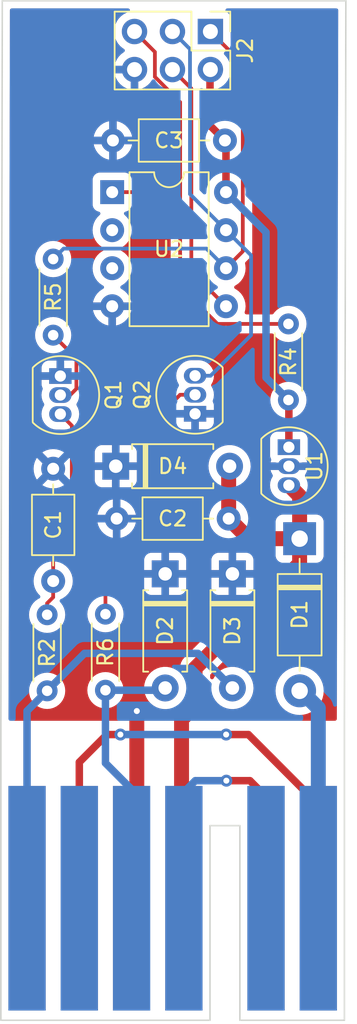
<source format=kicad_pcb>
(kicad_pcb (version 20211014) (generator pcbnew)
  (layers (0 "F.Cu" signal) (31 "B.Cu" signal) (34 "B.Paste" user) (35 "F.Paste" user) (36 "B.SilkS" user "B.Silkscreen") (37 "F.SilkS" user "F.Silkscreen") (38 "B.Mask" user) (39 "F.Mask" user) (44 "Edge.Cuts" user))
  (net 0 "")
  (net 1 "Net-(C1-Pad1)")
  (net 2 "Net-(J2-Pad1)")
  (net 3 "Net-(J2-Pad3)")
  (net 4 "Net-(J2-Pad4)")
  (net 5 "Net-(C1-Pad2)")
  (net 6 "Net-(D2-Pad2)")
  (net 7 "Net-(D3-Pad2)")
  (net 11 "Net-(J1-Pad11)")
  (net 14 "Net-(J1-Pad12)")
  (net 15 "Net-(C2-Pad1)")
  (net 16 "Net-(C3-Pad1)")
  (net 17 "Net-(D1-Pad2)")
  (net 18 "Net-(J2-Pad5)")
  (net 19 "Net-(Q1-Pad2)")
  (net 20 "Net-(Q2-Pad2)")
  (footprint "Capacitor_THT:C_Axial_L3.8mm_D2.6mm_P7.50mm_Horizontal" (layer "F.Cu") (at 139.655 98.58 180)
    (fp_text reference "C2" (at 3.75 0) (layer "F.SilkS"))
    (fp_text value "0.33uF")
    (fp_line (start 1.73 1.42) (end 5.77 1.42) (layer "F.SilkS") (width 0.12))
    (fp_line (start 1.73 -1.42) (end 1.73 1.42) (layer "F.SilkS") (width 0.12))
    (fp_line (start 1.04 0) (end 1.73 0) (layer "F.SilkS") (width 0.12))
    (fp_line (start 5.77 1.42) (end 5.77 -1.42) (layer "F.SilkS") (width 0.12))
    (fp_line (start 5.77 -1.42) (end 1.73 -1.42) (layer "F.SilkS") (width 0.12))
    (fp_line (start 6.46 0) (end 5.77 0) (layer "F.SilkS") (width 0.12))
    (pad "1" thru_hole circle (at 0 0 180) (size 1.6 1.6) (drill 0.8) (layers *.Cu *.Mask) (net 15 "Net-(C2-Pad1)"))
    (pad "2" thru_hole oval (at 7.5 0 180) (size 1.6 1.6) (drill 0.8) (layers *.Cu *.Mask) (net 1 "Net-(C1-Pad1)"))
  )
  (footprint "Resistor_THT:R_Axial_DIN0204_L3.6mm_D1.6mm_P5.08mm_Horizontal" (layer "F.Cu") (at 143.655 85.58 -90)
    (fp_text reference "R4" (at 2.54 0 90) (layer "F.SilkS"))
    (fp_text value "10k")
    (fp_line (start 0.62 -0.92) (end 4.46 -0.92) (layer "F.SilkS") (width 0.12))
    (fp_line (start 0.62 0.92) (end 4.46 0.92) (layer "F.SilkS") (width 0.12))
    (pad "1" thru_hole circle (at 0 0 270) (size 1.4 1.4) (drill 0.7) (layers *.Cu *.Mask) (net 18 "Net-(J2-Pad5)"))
    (pad "2" thru_hole oval (at 5.08 0 270) (size 1.4 1.4) (drill 0.7) (layers *.Cu *.Mask) (net 16 "Net-(C3-Pad1)"))
  )
  (footprint "Resistor_THT:R_Axial_DIN0204_L3.6mm_D1.6mm_P5.08mm_Horizontal" (layer "F.Cu") (at 127.5 105 -90)
    (fp_text reference "R2" (at 2.54 0 90) (layer "F.SilkS"))
    (fp_text value "100")
    (fp_line (start 0.62 0.92) (end 4.46 0.92) (layer "F.SilkS") (width 0.12))
    (fp_line (start 0.62 -0.92) (end 4.46 -0.92) (layer "F.SilkS") (width 0.12))
    (pad "1" thru_hole circle (at 0 0 270) (size 1.4 1.4) (drill 0.7) (layers *.Cu *.Mask) (net 5 "Net-(C1-Pad2)"))
    (pad "2" thru_hole oval (at 5.08 0 270) (size 1.4 1.4) (drill 0.7) (layers *.Cu *.Mask) (net 7 "Net-(D3-Pad2)"))
  )
  (footprint "Capacitor_THT:C_Axial_L3.8mm_D2.6mm_P7.50mm_Horizontal" (layer "F.Cu") (at 127.905 95.25 -90)
    (fp_text reference "C1" (at 3.75 0 90) (layer "F.SilkS"))
    (fp_text value "TUNE")
    (fp_line (start 5.77 1.42) (end 5.77 -1.42) (layer "F.SilkS") (width 0.12))
    (fp_line (start 5.77 -1.42) (end 1.73 -1.42) (layer "F.SilkS") (width 0.12))
    (fp_line (start 1.73 1.42) (end 5.77 1.42) (layer "F.SilkS") (width 0.12))
    (fp_line (start 1.73 -1.42) (end 1.73 1.42) (layer "F.SilkS") (width 0.12))
    (fp_line (start 1.04 0) (end 1.73 0) (layer "F.SilkS") (width 0.12))
    (fp_line (start 6.46 0) (end 5.77 0) (layer "F.SilkS") (width 0.12))
    (pad "1" thru_hole circle (at 0 0 270) (size 1.6 1.6) (drill 0.8) (layers *.Cu *.Mask) (net 1 "Net-(C1-Pad1)"))
    (pad "2" thru_hole oval (at 7.5 0 270) (size 1.6 1.6) (drill 0.8) (layers *.Cu *.Mask) (net 5 "Net-(C1-Pad2)"))
  )
  (footprint "Diode_THT:D_A-405_P7.62mm_Horizontal" (layer "F.Cu") (at 132.095 95.08)
    (fp_text reference "D4" (at 3.81 0) (layer "F.SilkS"))
    (fp_text value "SA30A")
    (fp_line (start 6.53 1.47) (end 6.53 1.14) (layer "F.SilkS") (width 0.12))
    (fp_line (start 6.53 -1.47) (end 6.53 -1.14) (layer "F.SilkS") (width 0.12))
    (fp_line (start 1.87 -1.47) (end 1.87 1.47) (layer "F.SilkS") (width 0.12))
    (fp_line (start 1.09 -1.14) (end 1.09 -1.47) (layer "F.SilkS") (width 0.12))
    (fp_line (start 1.09 1.14) (end 1.09 1.47) (layer "F.SilkS") (width 0.12))
    (fp_line (start 2.11 -1.47) (end 2.11 1.47) (layer "F.SilkS") (width 0.12))
    (fp_line (start 1.99 -1.47) (end 1.99 1.47) (layer "F.SilkS") (width 0.12))
    (fp_line (start 1.09 1.47) (end 6.53 1.47) (layer "F.SilkS") (width 0.12))
    (fp_line (start 1.09 -1.47) (end 6.53 -1.47) (layer "F.SilkS") (width 0.12))
    (pad "1" thru_hole rect (at 0 0) (size 1.8 1.8) (drill 0.9) (layers *.Cu *.Mask) (net 1 "Net-(C1-Pad1)"))
    (pad "2" thru_hole oval (at 7.62 0) (size 1.8 1.8) (drill 0.9) (layers *.Cu *.Mask) (net 15 "Net-(C2-Pad1)"))
  )
  (footprint "Package_DIP:DIP-8_W7.62mm" (layer "F.Cu") (at 131.855 76.78)
    (fp_text reference "U2" (at 3.8 3.8) (layer "F.SilkS"))
    (fp_text value "ATtiny85-20S")
    (fp_line (start 6.46 8.95) (end 6.46 -1.33) (layer "F.SilkS") (width 0.12))
    (fp_line (start 1.16 8.95) (end 6.46 8.95) (layer "F.SilkS") (width 0.12))
    (fp_line (start 2.81 -1.33) (end 1.16 -1.33) (layer "F.SilkS") (width 0.12))
    (fp_line (start 1.16 -1.33) (end 1.16 8.95) (layer "F.SilkS") (width 0.12))
    (fp_line (start 6.46 -1.33) (end 4.81 -1.33) (layer "F.SilkS") (width 0.12))
    (fp_arc (start 4.81 -1.33) (mid 3.81 -0.33) (end 2.81 -1.33) (layer "F.SilkS") (width 0.12))
    (pad "1" thru_hole rect (at 0 0) (size 1.6 1.6) (drill 0.8) (layers *.Cu *.Mask) (net 18 "Net-(J2-Pad5)"))
    (pad "2" thru_hole oval (at 0 2.54) (size 1.6 1.6) (drill 0.8) (layers *.Cu *.Mask))
    (pad "3" thru_hole oval (at 0 5.08) (size 1.6 1.6) (drill 0.8) (layers *.Cu *.Mask))
    (pad "4" thru_hole oval (at 0 7.62) (size 1.6 1.6) (drill 0.8) (layers *.Cu *.Mask) (net 1 "Net-(C1-Pad1)"))
    (pad "5" thru_hole oval (at 7.62 7.62) (size 1.6 1.6) (drill 0.8) (layers *.Cu *.Mask) (net 4 "Net-(J2-Pad4)"))
    (pad "6" thru_hole oval (at 7.62 5.08) (size 1.6 1.6) (drill 0.8) (layers *.Cu *.Mask) (net 2 "Net-(J2-Pad1)"))
    (pad "7" thru_hole oval (at 7.62 2.54) (size 1.6 1.6) (drill 0.8) (layers *.Cu *.Mask) (net 3 "Net-(J2-Pad3)"))
    (pad "8" thru_hole oval (at 7.62 0) (size 1.6 1.6) (drill 0.8) (layers *.Cu *.Mask) (net 16 "Net-(C3-Pad1)"))
  )
  (footprint "Package_TO_SOT_THT:TO-92_Inline" (layer "F.Cu") (at 128.385 89.06 -90)
    (fp_text reference "Q1" (at 1.27 -3.56 -90) (layer "F.SilkS"))
    (fp_text value "2N7000")
    (fp_line (start -0.53 1.85) (end 3.07 1.85) (layer "F.SilkS") (width 0.12))
    (fp_arc (start 1.27 -2.6) (mid 3.672087 -0.994977) (end 3.108478 1.838478) (layer "F.SilkS") (width 0.12))
    (fp_arc (start -0.568478 1.838478) (mid -1.132087 -0.994977) (end 1.27 -2.6) (layer "F.SilkS") (width 0.12))
    (pad "1" thru_hole rect (at 0 0 270) (size 1.05 1.5) (drill 0.75) (layers *.Cu *.Mask) (net 1 "Net-(C1-Pad1)"))
    (pad "2" thru_hole oval (at 1.27 0 270) (size 1.05 1.5) (drill 0.75) (layers *.Cu *.Mask) (net 19 "Net-(Q1-Pad2)"))
    (pad "3" thru_hole oval (at 2.54 0 270) (size 1.05 1.5) (drill 0.75) (layers *.Cu *.Mask) (net 5 "Net-(C1-Pad2)"))
  )
  (footprint "Diode_THT:D_A-405_P7.62mm_Horizontal" (layer "F.Cu") (at 135.405 102.27 -90)
    (fp_text reference "D2" (at 3.81 0 90) (layer "F.SilkS"))
    (fp_text value "SA16A")
    (fp_line (start 1.87 -1.47) (end 1.87 1.47) (layer "F.SilkS") (width 0.12))
    (fp_line (start 1.09 -1.14) (end 1.09 -1.47) (layer "F.SilkS") (width 0.12))
    (fp_line (start 1.09 1.47) (end 6.53 1.47) (layer "F.SilkS") (width 0.12))
    (fp_line (start 6.53 1.47) (end 6.53 1.14) (layer "F.SilkS") (width 0.12))
    (fp_line (start 2.11 -1.47) (end 2.11 1.47) (layer "F.SilkS") (width 0.12))
    (fp_line (start 6.53 -1.47) (end 6.53 -1.14) (layer "F.SilkS") (width 0.12))
    (fp_line (start 1.09 1.14) (end 1.09 1.47) (layer "F.SilkS") (width 0.12))
    (fp_line (start 1.09 -1.47) (end 6.53 -1.47) (layer "F.SilkS") (width 0.12))
    (fp_line (start 1.99 -1.47) (end 1.99 1.47) (layer "F.SilkS") (width 0.12))
    (pad "1" thru_hole rect (at 0 0 270) (size 1.8 1.8) (drill 0.9) (layers *.Cu *.Mask) (net 1 "Net-(C1-Pad1)"))
    (pad "2" thru_hole oval (at 7.62 0 270) (size 1.8 1.8) (drill 0.9) (layers *.Cu *.Mask) (net 6 "Net-(D2-Pad2)"))
  )
  (footprint "Package_TO_SOT_THT:TO-92_Inline" (layer "F.Cu") (at 143.685 93.81 -90)
    (fp_text reference "U1" (at 1.27 -1.72 90) (layer "F.SilkS"))
    (fp_text value "L78L05_TO92")
    (fp_line (start -0.53 1.85) (end 3.07 1.85) (layer "F.SilkS") (width 0.12))
    (fp_arc (start 1.27 -2.6) (mid 3.672087 -0.994977) (end 3.108478 1.838478) (layer "F.SilkS") (width 0.12))
    (fp_arc (start -0.568478 1.838478) (mid -1.132087 -0.994977) (end 1.27 -2.6) (layer "F.SilkS") (width 0.12))
    (pad "1" thru_hole rect (at 0 0 270) (size 1.05 1.5) (drill 0.75) (layers *.Cu *.Mask) (net 16 "Net-(C3-Pad1)"))
    (pad "2" thru_hole oval (at 1.27 0 270) (size 1.05 1.5) (drill 0.75) (layers *.Cu *.Mask) (net 1 "Net-(C1-Pad1)"))
    (pad "3" thru_hole oval (at 2.54 0 270) (size 1.05 1.5) (drill 0.75) (layers *.Cu *.Mask) (net 15 "Net-(C2-Pad1)"))
  )
  (footprint "CRUISE_CONTROL:CRUISE_EDGE" (layer "F.Cu") (at 147.405 132.08)
    (fp_text reference "J1" hide)
    (fp_text value "Edge Connector" hide)
    (fp_line (start -23 0) (end -9 0) (layer "Edge.Cuts") (width 0.1))
    (fp_line (start 0 -20) (end 0 0) (layer "Edge.Cuts") (width 0.1))
    (fp_line (start 0 0) (end -7 0) (layer "Edge.Cuts") (width 0.1))
    (fp_line (start -9 0) (end -9 -13) (layer "Edge.Cuts") (width 0.1))
    (fp_line (start -7 -13) (end -9 -13) (layer "Edge.Cuts") (width 0.1))
    (fp_line (start -23 -20) (end -23 0) (layer "Edge.Cuts") (width 0.1))
    (fp_line (start -7 0) (end -7 -13) (layer "Edge.Cuts") (width 0.1))
    (pad "1" connect rect (at -1.75 -8.15) (size 2.5 15) (layers "B.Cu" "B.Mask") (net 17 "Net-(D1-Pad2)"))
    (pad "2" connect rect (at -5.25 -8.15) (size 2.5 15) (layers "B.Cu" "B.Mask"))
    (pad "3" connect rect (at -10.75 -8.15) (size 2.5 15) (layers "B.Cu" "B.Mask") (net 11 "Net-(J1-Pad11)"))
    (pad "4" connect rect (at -14.25 -8.15) (size 2.5 15) (layers "B.Cu" "B.Mask") (net 6 "Net-(D2-Pad2)"))
    (pad "5" connect rect (at -17.75 -8.15) (size 2.5 15) (layers "B.Cu" "B.Mask"))
    (pad "6" connect rect (at -21.25 -8.15) (size 2.5 15) (layers "B.Cu" "B.Mask") (net 7 "Net-(D3-Pad2)"))
    (pad "7" connect rect (at -21.25 -8.15) (size 2.5 15) (layers "F.Cu" "F.Mask"))
    (pad "8" connect rect (at -17.75 -8.15) (size 2.5 15) (layers "F.Cu" "F.Mask") (net 14 "Net-(J1-Pad12)"))
    (pad "9" connect rect (at -14.25 -8.15) (size 2.5 15) (layers "F.Cu" "F.Mask") (net 1 "Net-(C1-Pad1)"))
    (pad "10" connect rect (at -10.75 -8.15) (size 2.5 15) (layers "F.Cu" "F.Mask") (net 15 "Net-(C2-Pad1)"))
    (pad "11" connect rect (at -5.25 -8.15) (size 2.5 15) (layers "F.Cu" "F.Mask") (net 11 "Net-(J1-Pad11)"))
    (pad "12" connect rect (at -1.75 -8.15) (size 2.5 15) (layers "F.Cu" "F.Mask") (net 14 "Net-(J1-Pad12)"))
  )
  (footprint "Resistor_THT:R_Axial_DIN0204_L3.6mm_D1.6mm_P5.08mm_Horizontal" (layer "F.Cu") (at 131.405 104.96 -90)
    (fp_text reference "R6" (at 2.54 0 90) (layer "F.SilkS"))
    (fp_text value "10k")
    (fp_line (start 0.62 -0.92) (end 4.46 -0.92) (layer "F.SilkS") (width 0.12))
    (fp_line (start 0.62 0.92) (end 4.46 0.92) (layer "F.SilkS") (width 0.12))
    (pad "1" thru_hole circle (at 0 0 270) (size 1.4 1.4) (drill 0.7) (layers *.Cu *.Mask) (net 20 "Net-(Q2-Pad2)"))
    (pad "2" thru_hole oval (at 5.08 0 270) (size 1.4 1.4) (drill 0.7) (layers *.Cu *.Mask) (net 6 "Net-(D2-Pad2)"))
  )
  (footprint "Diode_THT:D_A-405_P7.62mm_Horizontal" (layer "F.Cu") (at 139.905 102.27 -90)
    (fp_text reference "D3" (at 3.81 0 90) (layer "F.SilkS"))
    (fp_text value "SA30A")
    (fp_line (start 1.09 1.47) (end 6.53 1.47) (layer "F.SilkS") (width 0.12))
    (fp_line (start 1.87 -1.47) (end 1.87 1.47) (layer "F.SilkS") (width 0.12))
    (fp_line (start 6.53 1.47) (end 6.53 1.14) (layer "F.SilkS") (width 0.12))
    (fp_line (start 1.09 1.14) (end 1.09 1.47) (layer "F.SilkS") (width 0.12))
    (fp_line (start 1.99 -1.47) (end 1.99 1.47) (layer "F.SilkS") (width 0.12))
    (fp_line (start 2.11 -1.47) (end 2.11 1.47) (layer "F.SilkS") (width 0.12))
    (fp_line (start 6.53 -1.47) (end 6.53 -1.14) (layer "F.SilkS") (width 0.12))
    (fp_line (start 1.09 -1.14) (end 1.09 -1.47) (layer "F.SilkS") (width 0.12))
    (fp_line (start 1.09 -1.47) (end 6.53 -1.47) (layer "F.SilkS") (width 0.12))
    (pad "1" thru_hole rect (at 0 0 270) (size 1.8 1.8) (drill 0.9) (layers *.Cu *.Mask) (net 1 "Net-(C1-Pad1)"))
    (pad "2" thru_hole oval (at 7.62 0 270) (size 1.8 1.8) (drill 0.9) (layers *.Cu *.Mask) (net 7 "Net-(D3-Pad2)"))
  )
  (footprint "Package_TO_SOT_THT:TO-92_Inline" (layer "F.Cu") (at 137.405 91.58 90)
    (fp_text reference "Q2" (at 1.27 -3.56 90) (layer "F.SilkS"))
    (fp_text value "2N7000")
    (fp_line (start -0.53 1.85) (end 3.07 1.85) (layer "F.SilkS") (width 0.12))
    (fp_arc (start -0.568478 1.838478) (mid -1.132087 -0.994977) (end 1.27 -2.6) (layer "F.SilkS") (width 0.12))
    (fp_arc (start 1.27 -2.6) (mid 3.672087 -0.994977) (end 3.108478 1.838478) (layer "F.SilkS") (width 0.12))
    (pad "1" thru_hole rect (at 0 0 90) (size 1.05 1.5) (drill 0.75) (layers *.Cu *.Mask) (net 1 "Net-(C1-Pad1)"))
    (pad "2" thru_hole oval (at 1.27 0 90) (size 1.05 1.5) (drill 0.75) (layers *.Cu *.Mask) (net 20 "Net-(Q2-Pad2)"))
    (pad "3" thru_hole oval (at 2.54 0 90) (size 1.05 1.5) (drill 0.75) (layers *.Cu *.Mask) (net 3 "Net-(J2-Pad3)"))
  )
  (footprint "Connector_PinHeader_2.54mm:PinHeader_2x03_P2.54mm_Vertical" (layer "F.Cu") (at 138.43 66.055 -90)
    (fp_text reference "J2" (at 1.27 -2.33 90) (layer "F.SilkS"))
    (fp_text value "ISP")
    (fp_line (start -1.33 -1.33) (end 0 -1.33) (layer "F.SilkS") (width 0.12))
    (fp_line (start -1.33 6.41) (end 3.87 6.41) (layer "F.SilkS") (width 0.12))
    (fp_line (start -1.33 1.27) (end -1.33 6.41) (layer "F.SilkS") (width 0.12))
    (fp_line (start 1.27 -1.33) (end 3.87 -1.33) (layer "F.SilkS") (width 0.12))
    (fp_line (start -1.33 1.27) (end 1.27 1.27) (layer "F.SilkS") (width 0.12))
    (fp_line (start -1.33 0) (end -1.33 -1.33) (layer "F.SilkS") (width 0.12))
    (fp_line (start 3.87 -1.33) (end 3.87 6.41) (layer "F.SilkS") (width 0.12))
    (fp_line (start 1.27 1.27) (end 1.27 -1.33) (layer "F.SilkS") (width 0.12))
    (pad "1" thru_hole rect (at 0 0 270) (size 1.7 1.7) (drill 1) (layers *.Cu *.Mask) (net 2 "Net-(J2-Pad1)"))
    (pad "2" thru_hole oval (at 2.54 0 270) (size 1.7 1.7) (drill 1) (layers *.Cu *.Mask) (net 16 "Net-(C3-Pad1)"))
    (pad "3" thru_hole oval (at 0 2.54 270) (size 1.7 1.7) (drill 1) (layers *.Cu *.Mask) (net 3 "Net-(J2-Pad3)"))
    (pad "4" thru_hole oval (at 2.54 2.54 270) (size 1.7 1.7) (drill 1) (layers *.Cu *.Mask) (net 4 "Net-(J2-Pad4)"))
    (pad "5" thru_hole oval (at 0 5.08 270) (size 1.7 1.7) (drill 1) (layers *.Cu *.Mask) (net 18 "Net-(J2-Pad5)"))
    (pad "6" thru_hole oval (at 2.54 5.08 270) (size 1.7 1.7) (drill 1) (layers *.Cu *.Mask) (net 1 "Net-(C1-Pad1)"))
  )
  (footprint "Diode_THT:D_DO-41_SOD81_P10.16mm_Horizontal" (layer "F.Cu") (at 144.405 99.92 -90)
    (fp_text reference "D1" (at 5.08 0 90) (layer "F.SilkS"))
    (fp_text value "1N4001")
    (fp_line (start 3.14 -1.47) (end 3.14 1.47) (layer "F.SilkS") (width 0.12))
    (fp_line (start 7.8 -1.47) (end 2.36 -1.47) (layer "F.SilkS") (width 0.12))
    (fp_line (start 3.38 -1.47) (end 3.38 1.47) (layer "F.SilkS") (width 0.12))
    (fp_line (start 7.8 1.47) (end 7.8 -1.47) (layer "F.SilkS") (width 0.12))
    (fp_line (start 8.82 0) (end 7.8 0) (layer "F.SilkS") (width 0.12))
    (fp_line (start 2.36 -1.47) (end 2.36 1.47) (layer "F.SilkS") (width 0.12))
    (fp_line (start 2.36 1.47) (end 7.8 1.47) (layer "F.SilkS") (width 0.12))
    (fp_line (start 1.34 0) (end 2.36 0) (layer "F.SilkS") (width 0.12))
    (fp_line (start 3.26 -1.47) (end 3.26 1.47) (layer "F.SilkS") (width 0.12))
    (pad "1" thru_hole rect (at 0 0 270) (size 2.2 2.2) (drill 1.1) (layers *.Cu *.Mask) (net 15 "Net-(C2-Pad1)"))
    (pad "2" thru_hole oval (at 10.16 0 270) (size 2.2 2.2) (drill 1.1) (layers *.Cu *.Mask) (net 17 "Net-(D1-Pad2)"))
  )
  (footprint "Capacitor_THT:C_Axial_L3.8mm_D2.6mm_P7.50mm_Horizontal" (layer "F.Cu") (at 139.405 73.33 180)
    (fp_text reference "C3" (at 3.75 0) (layer "F.SilkS"))
    (fp_text value "0.1uF")
    (fp_line (start 5.77 -1.42) (end 1.73 -1.42) (layer "F.SilkS") (width 0.12))
    (fp_line (start 1.73 1.42) (end 5.77 1.42) (layer "F.SilkS") (width 0.12))
    (fp_line (start 1.73 -1.42) (end 1.73 1.42) (layer "F.SilkS") (width 0.12))
    (fp_line (start 6.46 0) (end 5.77 0) (layer "F.SilkS") (width 0.12))
    (fp_line (start 5.77 1.42) (end 5.77 -1.42) (layer "F.SilkS") (width 0.12))
    (fp_line (start 1.04 0) (end 1.73 0) (layer "F.SilkS") (width 0.12))
    (pad "1" thru_hole circle (at 0 0 180) (size 1.6 1.6) (drill 0.8) (layers *.Cu *.Mask) (net 16 "Net-(C3-Pad1)"))
    (pad "2" thru_hole oval (at 7.5 0 180) (size 1.6 1.6) (drill 0.8) (layers *.Cu *.Mask) (net 1 "Net-(C1-Pad1)"))
  )
  (footprint "Resistor_THT:R_Axial_DIN0204_L3.6mm_D1.6mm_P5.08mm_Horizontal" (layer "F.Cu") (at 127.905 86.33 90)
    (fp_text reference "R5" (at 2.54 0 90) (layer "F.SilkS"))
    (fp_text value "10k")
    (fp_line (start 0.62 -0.92) (end 4.46 -0.92) (layer "F.SilkS") (width 0.12))
    (fp_line (start 0.62 0.92) (end 4.46 0.92) (layer "F.SilkS") (width 0.12))
    (pad "1" thru_hole circle (at 0 0 90) (size 1.4 1.4) (drill 0.7) (layers *.Cu *.Mask) (net 19 "Net-(Q1-Pad2)"))
    (pad "2" thru_hole oval (at 5.08 0 90) (size 1.4 1.4) (drill 0.7) (layers *.Cu *.Mask) (net 2 "Net-(J2-Pad1)"))
  )
  (gr_line (start 124.405 112.08) (end 124.5 64) (layer "Edge.Cuts") (width 0.1))
  (gr_line (start 147.5 64) (end 147.405 112.08) (layer "Edge.Cuts") (width 0.1))
  (gr_line (start 124.5 64) (end 147.5 64) (layer "Edge.Cuts") (width 0.1))
  (segment (start 133.155 116.845) (end 133.5 116.5) (width 0.25) (layer "F.Cu") (net 1))
  (segment (start 133.505 123.58) (end 133.155 123.93) (width 1) (layer "F.Cu") (net 1))
  (segment (start 133.505 111.43) (end 133.505 123.58) (width 1) (layer "F.Cu") (net 1))
  (via (at 133.505 111.43) (size 0.8) (drill 0.4) (layers "F.Cu" "B.Cu") (net 1))
  (segment (start 140.6 80.735) (end 139.475 81.86) (width 0.25) (layer "F.Cu") (net 2))
  (segment (start 140.6 68.225) (end 140.6 80.735) (width 0.25) (layer "F.Cu") (net 2))
  (segment (start 138.43 66.055) (end 140.6 68.225) (width 0.25) (layer "F.Cu") (net 2))
  (segment (start 138.165 80.55) (end 139.475 81.86) (width 0.25) (layer "B.Cu") (net 2))
  (segment (start 127.905 81.25) (end 128.605 80.55) (width 0.25) (layer "B.Cu") (net 2))
  (segment (start 128.605 80.55) (end 138.165 80.55) (width 0.25) (layer "B.Cu") (net 2))
  (segment (start 137.065 76.91) (end 137.065 67.23) (width 0.25) (layer "B.Cu") (net 3))
  (segment (start 138.445 89.04) (end 141.155 86.33) (width 0.25) (layer "B.Cu") (net 3))
  (segment (start 141.155 81) (end 139.475 79.32) (width 0.25) (layer "B.Cu") (net 3))
  (segment (start 137.405 89.04) (end 138.445 89.04) (width 0.25) (layer "B.Cu") (net 3))
  (segment (start 137.065 67.23) (end 135.89 66.055) (width 0.25) (layer "B.Cu") (net 3))
  (segment (start 141.155 86.33) (end 141.155 81) (width 0.25) (layer "B.Cu") (net 3))
  (segment (start 139.475 79.32) (end 137.065 76.91) (width 0.25) (layer "B.Cu") (net 3))
  (segment (start 137.155 82.08) (end 137.155 69.86) (width 0.25) (layer "F.Cu") (net 4))
  (segment (start 137.155 69.86) (end 135.89 68.595) (width 0.25) (layer "F.Cu") (net 4))
  (segment (start 139.475 84.4) (end 137.155 82.08) (width 0.25) (layer "F.Cu") (net 4))
  (segment (start 129.155 92.37) (end 128.385 91.6) (width 0.25) (layer "F.Cu") (net 5))
  (segment (start 127.905 99.33) (end 129.155 98.08) (width 0.25) (layer "F.Cu") (net 5))
  (segment (start 127.905 103.83) (end 127.5 104.235) (width 0.25) (layer "F.Cu") (net 5))
  (segment (start 127.905 102.75) (end 127.905 99.33) (width 0.25) (layer "F.Cu") (net 5))
  (segment (start 127.5 104.235) (end 127.5 105) (width 0.25) (layer "F.Cu") (net 5))
  (segment (start 129.155 98.08) (end 129.155 92.37) (width 0.25) (layer "F.Cu") (net 5))
  (segment (start 127.905 102.75) (end 127.905 103.83) (width 0.25) (layer "F.Cu") (net 5))
  (segment (start 133.155 116.655) (end 133.155 123.93) (width 0.25) (layer "B.Cu") (net 6))
  (segment (start 135.255 110.04) (end 135.405 109.89) (width 0.25) (layer "B.Cu") (net 6))
  (segment (start 131.405 110.04) (end 131.405 114.905) (width 0.5) (layer "B.Cu") (net 6))
  (segment (start 131.405 114.905) (end 133.155 116.655) (width 0.5) (layer "B.Cu") (net 6))
  (segment (start 131.405 110.04) (end 135.255 110.04) (width 0.5) (layer "B.Cu") (net 6))
  (segment (start 126.155 111.425) (end 127.5 110.08) (width 0.5) (layer "B.Cu") (net 7))
  (segment (start 127.5 110.08) (end 130 107.58) (width 0.5) (layer "B.Cu") (net 7))
  (segment (start 137.595 107.58) (end 139.905 109.89) (width 0.5) (layer "B.Cu") (net 7))
  (segment (start 130 107.58) (end 137.595 107.58) (width 0.5) (layer "B.Cu") (net 7))
  (segment (start 126.155 123.93) (end 126.155 111.425) (width 0.5) (layer "B.Cu") (net 7))
  (segment (start 142.155 117.155) (end 142.155 123.93) (width 0.25) (layer "F.Cu") (net 11))
  (segment (start 139.5 116.08) (end 141.08 116.08) (width 0.5) (layer "F.Cu") (net 11))
  (segment (start 141.08 116.08) (end 142.155 117.155) (width 0.5) (layer "F.Cu") (net 11))
  (via (at 139.5 116.08) (size 0.8) (drill 0.4) (layers "F.Cu" "B.Cu") (net 11))
  (segment (start 136.655 116.845) (end 136.655 123.93) (width 0.25) (layer "B.Cu") (net 11))
  (segment (start 137.42 116.08) (end 136.655 116.845) (width 0.5) (layer "B.Cu") (net 11))
  (segment (start 139.5 116.08) (end 137.42 116.08) (width 0.5) (layer "B.Cu") (net 11))
  (segment (start 131.5 113) (end 129.655 114.845) (width 0.5) (layer "F.Cu") (net 14))
  (segment (start 145.655 117.68) (end 145.655 123.93) (width 0.25) (layer "F.Cu") (net 14))
  (segment (start 132.405 113) (end 131.5 113) (width 0.5) (layer "F.Cu") (net 14))
  (segment (start 140.975 113) (end 145.655 117.68) (width 0.5) (layer "F.Cu") (net 14))
  (segment (start 129.655 114.845) (end 129.655 123.93) (width 0.5) (layer "F.Cu") (net 14))
  (segment (start 139.485 113) (end 140.975 113) (width 0.5) (layer "F.Cu") (net 14))
  (via (at 139.485 113) (size 0.8) (drill 0.4) (layers "F.Cu" "B.Cu") (net 14))
  (via (at 132.405 113) (size 0.8) (drill 0.4) (layers "F.Cu" "B.Cu") (net 14))
  (segment (start 132.405 113) (end 139.485 113) (width 0.5) (layer "B.Cu") (net 14))
  (segment (start 137.405 108.58) (end 137.405 111.08) (width 1) (layer "F.Cu") (net 15))
  (segment (start 139.655 98.58) (end 139.655 95.14) (width 1) (layer "F.Cu") (net 15))
  (segment (start 144.405 99.92) (end 144.405 101.58) (width 1) (layer "F.Cu") (net 15))
  (segment (start 140.995 99.92) (end 139.655 98.58) (width 1) (layer "F.Cu") (net 15))
  (segment (start 137.405 111.08) (end 136.5 111.985) (width 1) (layer "F.Cu") (net 15))
  (segment (start 144.405 97.07) (end 143.685 96.35) (width 1) (layer "F.Cu") (net 15))
  (segment (start 144.405 101.58) (end 137.405 108.58) (width 1) (layer "F.Cu") (net 15))
  (segment (start 144.405 99.92) (end 144.405 97.07) (width 1) (layer "F.Cu") (net 15))
  (segment (start 139.655 95.14) (end 139.715 95.08) (width 1) (layer "F.Cu") (net 15))
  (segment (start 144.405 99.92) (end 140.995 99.92) (width 1) (layer "F.Cu") (net 15))
  (segment (start 136.5 111.985) (end 136.5 123.5) (width 1) (layer "F.Cu") (net 15))
  (segment (start 138.405 68.62) (end 138.43 68.595) (width 0.5) (layer "F.Cu") (net 16))
  (segment (start 139.475 73.4) (end 139.405 73.33) (width 0.5) (layer "F.Cu") (net 16))
  (segment (start 139.475 76.78) (end 139.475 73.4) (width 0.5) (layer "F.Cu") (net 16))
  (segment (start 143.685 93.81) (end 143.685 90.69) (width 0.5) (layer "F.Cu") (net 16))
  (segment (start 143.685 90.69) (end 143.655 90.66) (width 0.25) (layer "F.Cu") (net 16))
  (segment (start 138.405 72.33) (end 138.405 68.62) (width 0.5) (layer "F.Cu") (net 16))
  (segment (start 139.405 73.33) (end 138.405 72.33) (width 0.5) (layer "F.Cu") (net 16))
  (segment (start 142.155 89.16) (end 143.655 90.66) (width 0.5) (layer "B.Cu") (net 16))
  (segment (start 142.155 79.46) (end 142.155 89.16) (width 0.5) (layer "B.Cu") (net 16))
  (segment (start 139.475 76.78) (end 142.155 79.46) (width 0.5) (layer "B.Cu") (net 16))
  (segment (start 145.655 111.235) (end 144.5 110.08) (width 1) (layer "B.Cu") (net 17))
  (segment (start 145.655 123.93) (end 145.655 111.235) (width 1) (layer "B.Cu") (net 17))
  (segment (start 134.715 69.081701) (end 134.715 67.42) (width 0.25) (layer "F.Cu") (net 18))
  (segment (start 136.405 76.83) (end 136.405 70.7717) (width 0.25) (layer "F.Cu") (net 18))
  (segment (start 136.355 76.78) (end 136.405 76.83) (width 0.25) (layer "F.Cu") (net 18))
  (segment (start 136.405 70.7717) (end 134.715 69.081701) (width 0.25) (layer "F.Cu") (net 18))
  (segment (start 138.905 85.58) (end 136.405 83.08) (width 0.25) (layer "F.Cu") (net 18))
  (segment (start 134.715 67.42) (end 133.35 66.055) (width 0.25) (layer "F.Cu") (net 18))
  (segment (start 136.405 83.08) (end 136.405 76.83) (width 0.25) (layer "F.Cu") (net 18))
  (segment (start 143.655 85.58) (end 138.905 85.58) (width 0.25) (layer "F.Cu") (net 18))
  (segment (start 131.855 76.78) (end 136.355 76.78) (width 0.25) (layer "F.Cu") (net 18))
  (segment (start 129.46 87.885) (end 127.905 86.33) (width 0.25) (layer "F.Cu") (net 19))
  (segment (start 129.04 90.33) (end 129.46 89.91) (width 0.25) (layer "F.Cu") (net 19))
  (segment (start 129.46 89.91) (end 129.46 87.885) (width 0.25) (layer "F.Cu") (net 19))
  (segment (start 128.385 90.33) (end 129.04 90.33) (width 0.25) (layer "F.Cu") (net 19))
  (segment (start 131.405 102.58) (end 135.53 98.455) (width 0.25) (layer "F.Cu") (net 20))
  (segment (start 131.405 104.96) (end 131.405 102.58) (width 0.25) (layer "F.Cu") (net 20))
  (segment (start 136.405 90.31) (end 135.53 91.185) (width 0.25) (layer "F.Cu") (net 20))
  (segment (start 137.405 90.31) (end 136.405 90.31) (width 0.25) (layer "F.Cu") (net 20))
  (segment (start 135.53 91.185) (end 135.53 98.455) (width 0.25) (layer "F.Cu") (net 20))
  (zone (net 1) (net_name "Net-(C1-Pad1)") (layers F&B.Cu) (name "GND_POUR") (priority 1) (connect_pads (clearance 0.508)) (min_thickness 0.254) (fill yes (thermal_gap 0.508) (thermal_bridge_width 0.508))
    (polygon (pts (xy 147.405 112.08) (xy 124.405 112.08) (xy 124.405 64.08) (xy 147.405 64.08)))
  )
)
</source>
